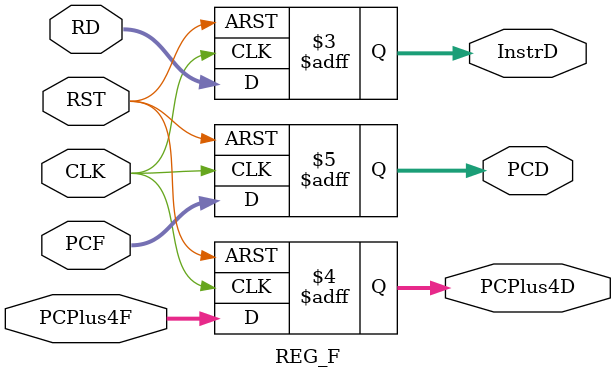
<source format=v>
/*
   Created by : Mohamed Hazem Mamdouh
   12-08-2023
   7:30 PM
 */
//***************  Register of Fetch  ***************//
module REG_F (
            input  wire CLK ,
	        input  wire RST ,
            input  wire [31:0] RD ,
            input  wire [31:0] PCPlus4F ,
            input  wire [31:0] PCF ,
            output reg  [31:0] InstrD ,
            output reg  [31:0] PCPlus4D ,
            output reg  [31:0] PCD 
    );
  
  always @(posedge CLK or negedge RST)
  begin
   if(!RST)
   begin
   InstrD   <= 32'b0;
   PCPlus4D <= 32'b0;
   PCD      <= 32'b0;
   end
   else
   begin
   InstrD    <= RD;
   PCPlus4D  <= PCPlus4F;
   PCD       <= PCF;
   end
   end	

endmodule

</source>
